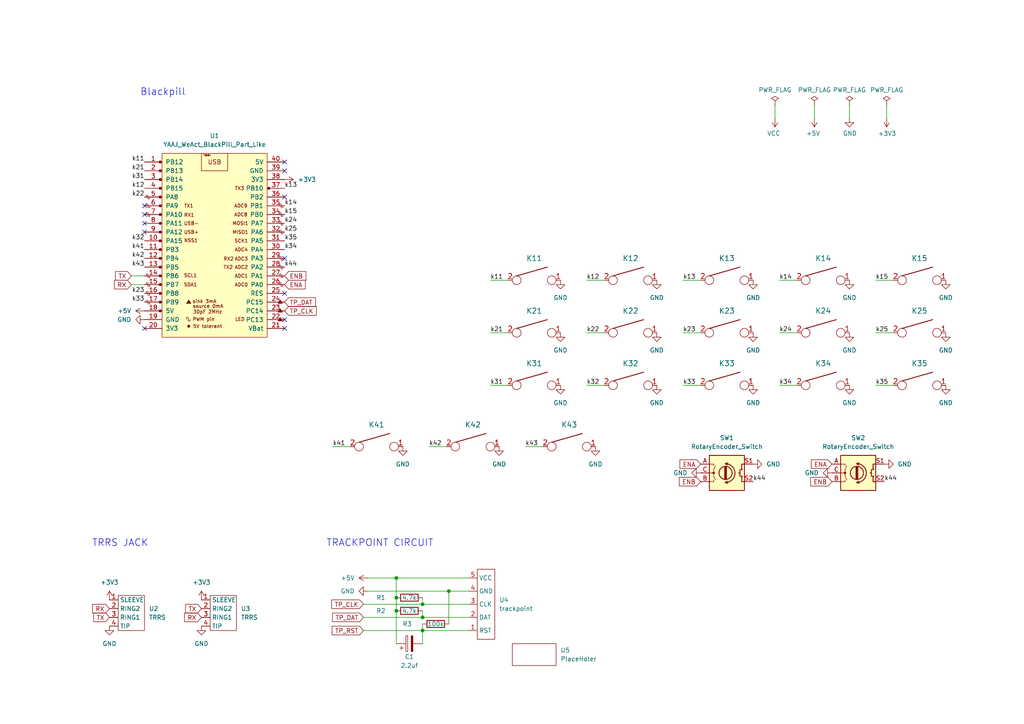
<source format=kicad_sch>
(kicad_sch (version 20211123) (generator eeschema)
  (paper "A4")
  (lib_symbols
    (symbol "Device:C_Polarized" (pin_numbers hide) (pin_names (offset 0.254))
      (property "Reference" "C" (at 0.635 2.54 0))
      (property "Value" "C_Polarized" (at 0.635 -2.54 0))
      (symbol "C_Polarized_0_1"
        (rectangle (start -2.286 0.508) (end 2.286 1.016))
        (polyline (pts (xy -1.778 2.286) (xy -0.762 2.286)))
        (polyline (pts (xy -1.27 2.794) (xy -1.27 1.778)))
        (rectangle (start 2.286 -0.508) (end -2.286 -1.016) (fill (type outline)))
      )
      (symbol "C_Polarized_1_1"
        (pin passive line (at 0 3.81 270) (length 2.794) (name "~") (number "1"))
        (pin passive line (at 0 -3.81 90) (length 2.794) (name "~") (number "2"))
      )
    )
    (symbol "Device:R" (pin_numbers hide) (pin_names (offset 0))
      (property "Reference" "R" (at 2.032 0 90))
      (property "Value" "R" (at 0 0 90))
      (symbol "R_0_1"
        (rectangle (start -1.016 -2.54) (end 1.016 2.54) (stroke (width 0.254)))
      )
      (symbol "R_1_1"
        (pin passive line (at 0 3.81 270) (length 1.27) (name "~") (number "1"))
        (pin passive line (at 0 -3.81 90) (length 1.27) (name "~") (number "2"))
      )
    )
    (symbol "Device:RotaryEncoder_Switch" (pin_names (offset 0.254) hide)
      (property "Reference" "SW" (at 0 6.604 0))
      (property "Value" "RotaryEncoder_Switch" (at 0 -6.604 0))
      (symbol "RotaryEncoder_Switch_0_1"
        (rectangle (start -5.08 5.08) (end 5.08 -5.08) (stroke (width 0.254)) (fill (type background)))
        (circle (center -3.81 0) (radius 0.254) (fill (type outline)))
        (arc (start -0.381 -2.794) (mid 2.3622 -0.0508) (end -0.381 2.667) (stroke (width 0.254)))
        (circle (center -0.381 0) (radius 1.905) (stroke (width 0.254)))
        (polyline (pts (xy -0.635 -1.778) (xy -0.635 1.778)) (stroke (width 0.254)))
        (polyline (pts (xy -0.381 -1.778) (xy -0.381 1.778)) (stroke (width 0.254)))
        (polyline (pts (xy -0.127 1.778) (xy -0.127 -1.778)) (stroke (width 0.254)))
        (polyline (pts (xy 3.81 0) (xy 3.429 0)) (stroke (width 0.254)))
        (polyline (pts (xy 3.81 1.016) (xy 3.81 -1.016)) (stroke (width 0.254)))
        (polyline (pts (xy -5.08 -2.54) (xy -3.81 -2.54) (xy -3.81 -2.032)))
        (polyline (pts (xy -5.08 2.54) (xy -3.81 2.54) (xy -3.81 2.032)))
        (polyline (pts (xy 0.254 -3.048) (xy -0.508 -2.794) (xy 0.127 -2.413)) (stroke (width 0.254)))
        (polyline (pts (xy 0.254 2.921) (xy -0.508 2.667) (xy 0.127 2.286)) (stroke (width 0.254)))
        (polyline (pts (xy 5.08 -2.54) (xy 4.318 -2.54) (xy 4.318 -1.016)) (stroke (width 0.254)))
        (polyline (pts (xy 5.08 2.54) (xy 4.318 2.54) (xy 4.318 1.016)) (stroke (width 0.254)))
        (polyline (pts (xy -5.08 0) (xy -3.81 0) (xy -3.81 -1.016) (xy -3.302 -2.032)))
        (polyline (pts (xy -4.318 0) (xy -3.81 0) (xy -3.81 1.016) (xy -3.302 2.032)))
        (circle (center 4.318 -1.016) (radius 0.127) (stroke (width 0.254)))
        (circle (center 4.318 1.016) (radius 0.127) (stroke (width 0.254)))
      )
      (symbol "RotaryEncoder_Switch_1_1"
        (pin passive line (at -7.62 2.54 0) (length 2.54) (name "A") (number "A"))
        (pin passive line (at -7.62 -2.54 0) (length 2.54) (name "B") (number "B"))
        (pin passive line (at -7.62 0 0) (length 2.54) (name "C") (number "C"))
        (pin passive line (at 7.62 2.54 180) (length 2.54) (name "S1") (number "S1"))
        (pin passive line (at 7.62 -2.54 180) (length 2.54) (name "S2") (number "S2"))
      )
    )
    (symbol "TRRS_1"
      (property "Reference" "U" (at 0 6.35 0))
      (property "Value" "TRRS_1" (at 0 8.89 0))
      (symbol "TRRS_1_0_1"
        (rectangle (start -3.81 5.08) (end 3.81 -5.08))
      )
      (symbol "TRRS_1_1_1"
        (pin passive line (at -6.35 3.81 0) (length 2.54) (name "SLEEVE") (number "1"))
        (pin passive line (at -6.35 1.27 0) (length 2.54) (name "RING2") (number "2"))
        (pin passive line (at -6.35 -1.27 0) (length 2.54) (name "RING1") (number "3"))
        (pin passive line (at -6.35 -3.81 0) (length 2.54) (name "TIP") (number "4"))
      )
    )
    (symbol "YAAJ_WeAct_BlackPill_Part_Like:YAAJ_WeAct_BlackPill_Part_Like" (pin_names (offset 1.016))
      (property "Reference" "U" (at -12.7 27.94 0))
      (property "Value" "YAAJ_WeAct_BlackPill_Part_Like" (at 0 2.54 90))
      (symbol "YAAJ_WeAct_BlackPill_Part_Like_0_0"
        (circle (center -15.748 -20.32) (radius 0.3556) (fill (type outline)))
        (circle (center -15.748 -17.78) (radius 0.3556) (fill (type outline)))
        (circle (center -15.748 -15.24) (radius 0.3556) (fill (type outline)))
        (circle (center -15.748 -12.7) (radius 0.3556) (fill (type outline)))
        (circle (center -15.748 -10.16) (radius 0.3556) (fill (type outline)))
        (circle (center -15.748 -7.62) (radius 0.3556) (fill (type outline)))
        (circle (center -15.748 -5.08) (radius 0.3556) (fill (type outline)))
        (circle (center -15.748 -2.54) (radius 0.3556) (fill (type outline)))
        (circle (center -15.748 0) (radius 0.3556) (fill (type outline)))
        (circle (center -15.748 2.54) (radius 0.3556) (fill (type outline)))
        (circle (center -15.748 5.08) (radius 0.3556) (fill (type outline)))
        (circle (center -15.748 7.62) (radius 0.3556) (fill (type outline)))
        (circle (center -15.748 10.16) (radius 0.3556) (fill (type outline)))
        (circle (center -15.748 12.7) (radius 0.3556) (fill (type outline)))
        (circle (center -15.748 15.24) (radius 0.3556) (fill (type outline)))
        (circle (center -15.748 17.78) (radius 0.3556) (fill (type outline)))
        (circle (center -15.748 22.86) (radius 0.3556) (fill (type outline)))
        (circle (center -7.493 -24.765) (radius 0.127) (fill (type outline)))
        (circle (center -7.493 -24.765) (radius 0.254))
        (circle (center -7.493 -24.765) (radius 0.3556))
        (polyline (pts (xy -8.128 -18.161) (xy -7.493 -17.145) (xy -6.858 -18.161) (xy -8.128 -18.161) (xy -7.493 -17.272) (xy -6.985 -18.161) (xy -8.001 -18.034) (xy -7.493 -17.399) (xy -7.112 -18.161) (xy -7.874 -17.907) (xy -7.366 -17.526) (xy -7.239 -18.161) (xy -7.747 -17.78) (xy -7.239 -17.653) (xy -7.366 -18.034) (xy -7.62 -17.78) (xy -7.366 -17.907) (xy -7.493 -17.653)))
        (polyline (pts (xy 18.415 -23.241) (xy 19.05 -22.225) (xy 19.685 -23.241) (xy 18.415 -23.241) (xy 19.05 -22.352) (xy 19.558 -23.241) (xy 18.542 -23.114) (xy 19.05 -22.479) (xy 19.431 -23.241) (xy 18.669 -22.987) (xy 19.177 -22.606) (xy 19.304 -23.241) (xy 18.796 -22.86) (xy 19.304 -22.733) (xy 19.177 -23.114) (xy 18.923 -22.86) (xy 19.177 -22.987) (xy 19.05 -22.733)))
        (polyline (pts (xy 18.415 -20.701) (xy 19.05 -19.685) (xy 19.685 -20.701) (xy 18.415 -20.701) (xy 19.05 -19.812) (xy 19.558 -20.701) (xy 18.542 -20.574) (xy 19.05 -19.939) (xy 19.431 -20.701) (xy 18.669 -20.447) (xy 19.177 -20.066) (xy 19.304 -20.701) (xy 18.796 -20.32) (xy 19.304 -20.193) (xy 19.177 -20.574) (xy 18.923 -20.32) (xy 19.177 -20.447) (xy 19.05 -20.193)))
        (polyline (pts (xy 18.415 -18.161) (xy 19.05 -17.145) (xy 19.685 -18.161) (xy 18.415 -18.161) (xy 19.05 -17.272) (xy 19.558 -18.161) (xy 18.542 -18.034) (xy 19.05 -17.399) (xy 19.431 -18.161) (xy 18.669 -17.907) (xy 19.177 -17.526) (xy 19.304 -18.161) (xy 18.796 -17.78) (xy 19.304 -17.653) (xy 19.177 -18.034) (xy 18.923 -17.78) (xy 19.177 -17.907) (xy 19.05 -17.653)))
        (circle (center 15.748 15.24) (radius 0.254) (fill (type outline)))
        (circle (center 15.748 15.24) (radius 0.3556))
        (text "30pF 2MHz" (at -2.032 -20.574 0) (effects (font (size 0.9906 0.9906))))
        (text "5V tolerant" (at -2.032 -24.765 0) (effects (font (size 0.9906 0.9906))))
        (text "ADC0" (at 7.747 -12.7 0) (effects (font (size 0.9906 0.9906))))
        (text "ADC1" (at 7.747 -10.16 0) (effects (font (size 0.9906 0.9906))))
        (text "ADC2" (at 7.747 -7.62 0) (effects (font (size 0.9906 0.9906))))
        (text "ADC3" (at 7.747 -5.207 0) (effects (font (size 0.9906 0.9906))))
        (text "ADC4" (at 7.747 -2.54 0) (effects (font (size 0.9906 0.9906))))
        (text "ADC8" (at 7.62 7.62 0) (effects (font (size 0.9906 0.9906))))
        (text "ADC9" (at 7.62 10.16 0) (effects (font (size 0.9906 0.9906))))
        (text "LED" (at 7.366 -22.733 0) (effects (font (size 0.9906 0.9906))))
        (text "MISO1" (at 7.493 2.54 0) (effects (font (size 0.9906 0.9906))))
        (text "MOSI1" (at 7.493 5.08 0) (effects (font (size 0.9906 0.9906))))
        (text "NSS1" (at -6.858 0.127 0) (effects (font (size 0.9906 0.9906))))
        (text "PWM pin" (at -3.175 -22.733 0) (effects (font (size 0.9906 0.9906))))
        (text "RX1" (at -7.366 7.493 0) (effects (font (size 0.9906 0.9906))))
        (text "RX2" (at 4.064 -5.207 0) (effects (font (size 0.9906 0.9906))))
        (text "SCK1" (at 7.747 0 0) (effects (font (size 0.9906 0.9906))))
        (text "SCL1" (at -6.985 -10.033 0) (effects (font (size 0.9906 0.9906))))
        (text "SDA1" (at -6.985 -12.7 0) (effects (font (size 0.9906 0.9906))))
        (text "sink 3mA" (at -2.921 -17.526 0) (effects (font (size 0.9906 0.9906))))
        (text "source 0mA" (at -1.905 -18.923 0) (effects (font (size 0.9906 0.9906))))
        (text "TX1" (at -7.493 10.16 0) (effects (font (size 0.9906 0.9906))))
        (text "TX2" (at 3.937 -7.62 0) (effects (font (size 0.9906 0.9906))))
        (text "TX3" (at 7.239 15.24 0) (effects (font (size 0.9906 0.9906))))
        (text "USB" (at 0 22.86 0) (effects (font (size 1.27 1.27))))
        (text "USB+" (at -6.731 2.54 0) (effects (font (size 0.9906 0.9906))))
        (text "USB-" (at -6.731 5.08 0) (effects (font (size 0.9906 0.9906))))
        (text "Y@@J" (at -2.159 24.892 0) (effects (font (size 0.508 0.508))))
      )
      (symbol "YAAJ_WeAct_BlackPill_Part_Like_0_1"
        (rectangle (start -15.24 25.4) (end 15.24 -27.94) (fill (type background)))
        (polyline (pts (xy -18.796 -17.78) (xy -18.796 -18.288) (xy -19.304 -18.288) (xy -19.304 -17.272) (xy -19.812 -17.272) (xy -19.812 -17.78)))
        (polyline (pts (xy -18.796 -15.24) (xy -18.796 -15.748) (xy -19.304 -15.748) (xy -19.304 -14.732) (xy -19.812 -14.732) (xy -19.812 -15.24)))
        (polyline (pts (xy -18.796 -12.7) (xy -18.796 -13.208) (xy -19.304 -13.208) (xy -19.304 -12.192) (xy -19.812 -12.192) (xy -19.812 -12.7)))
        (polyline (pts (xy -18.796 -10.16) (xy -18.796 -10.668) (xy -19.304 -10.668) (xy -19.304 -9.652) (xy -19.812 -9.652) (xy -19.812 -10.16)))
        (polyline (pts (xy -18.796 7.62) (xy -18.796 7.112) (xy -19.304 7.112) (xy -19.304 8.128) (xy -19.812 8.128) (xy -19.812 7.62)))
        (polyline (pts (xy -18.796 10.16) (xy -18.796 9.652) (xy -19.304 9.652) (xy -19.304 10.668) (xy -19.812 10.668) (xy -19.812 10.16)))
        (polyline (pts (xy -18.796 12.7) (xy -18.796 12.192) (xy -19.304 12.192) (xy -19.304 13.208) (xy -19.812 13.208) (xy -19.812 12.7)))
        (polyline (pts (xy -7.112 -22.733) (xy -7.112 -23.241) (xy -7.62 -23.241) (xy -7.62 -22.225) (xy -8.128 -22.225) (xy -8.128 -22.733)))
        (polyline (pts (xy 19.812 -12.7) (xy 19.812 -13.208) (xy 19.304 -13.208) (xy 19.304 -12.192) (xy 18.796 -12.192) (xy 18.796 -12.7)))
        (polyline (pts (xy 19.812 -10.16) (xy 19.812 -10.668) (xy 19.304 -10.668) (xy 19.304 -9.652) (xy 18.796 -9.652) (xy 18.796 -10.16)))
        (polyline (pts (xy 19.812 -7.62) (xy 19.812 -8.128) (xy 19.304 -8.128) (xy 19.304 -7.112) (xy 18.796 -7.112) (xy 18.796 -7.62)))
        (polyline (pts (xy 19.812 -5.08) (xy 19.812 -5.588) (xy 19.304 -5.588) (xy 19.304 -4.572) (xy 18.796 -4.572) (xy 18.796 -5.08)))
        (polyline (pts (xy 19.812 2.54) (xy 19.812 2.032) (xy 19.304 2.032) (xy 19.304 3.048) (xy 18.796 3.048) (xy 18.796 2.54)))
        (polyline (pts (xy 19.812 5.08) (xy 19.812 4.572) (xy 19.304 4.572) (xy 19.304 5.588) (xy 18.796 5.588) (xy 18.796 5.08)))
        (polyline (pts (xy 19.812 7.62) (xy 19.812 7.112) (xy 19.304 7.112) (xy 19.304 8.128) (xy 18.796 8.128) (xy 18.796 7.62)))
        (polyline (pts (xy 19.812 10.16) (xy 19.812 9.652) (xy 19.304 9.652) (xy 19.304 10.668) (xy 18.796 10.668) (xy 18.796 10.16)))
        (rectangle (start 3.81 25.4) (end -3.81 20.32))
      )
      (symbol "YAAJ_WeAct_BlackPill_Part_Like_1_1"
        (circle (center -15.748 20.32) (radius 0.3556) (fill (type outline)))
        (pin bidirectional line (at -20.32 22.86 0) (length 5.08) (name "PB12") (number "1"))
        (pin bidirectional line (at -20.32 0 0) (length 5.08) (name "PA15") (number "10"))
        (pin bidirectional line (at -20.32 -2.54 0) (length 5.08) (name "PB3") (number "11"))
        (pin bidirectional line (at -20.32 -5.08 0) (length 5.08) (name "PB4") (number "12"))
        (pin bidirectional line (at -20.32 -7.62 0) (length 5.08) (name "PB5") (number "13"))
        (pin bidirectional line (at -20.32 -10.16 0) (length 5.08) (name "PB6") (number "14"))
        (pin bidirectional line (at -20.32 -12.7 0) (length 5.08) (name "PB7") (number "15"))
        (pin bidirectional line (at -20.32 -15.24 0) (length 5.08) (name "PB8") (number "16"))
        (pin bidirectional line (at -20.32 -17.78 0) (length 5.08) (name "PB9") (number "17"))
        (pin power_in line (at -20.32 -20.32 0) (length 5.08) (name "5V") (number "18"))
        (pin power_in line (at -20.32 -22.86 0) (length 5.08) (name "GND") (number "19"))
        (pin bidirectional line (at -20.32 20.32 0) (length 5.08) (name "PB13") (number "2"))
        (pin power_in line (at -20.32 -25.4 0) (length 5.08) (name "3V3") (number "20"))
        (pin power_in line (at 20.32 -25.4 180) (length 5.08) (name "VBat") (number "21"))
        (pin bidirectional line (at 20.32 -22.86 180) (length 5.08) (name "PC13") (number "22"))
        (pin bidirectional line (at 20.32 -20.32 180) (length 5.08) (name "PC14") (number "23"))
        (pin bidirectional line (at 20.32 -17.78 180) (length 5.08) (name "PC15") (number "24"))
        (pin input line (at 20.32 -15.24 180) (length 5.08) (name "RES") (number "25"))
        (pin bidirectional line (at 20.32 -12.7 180) (length 5.08) (name "PA0") (number "26"))
        (pin bidirectional line (at 20.32 -10.16 180) (length 5.08) (name "PA1") (number "27"))
        (pin bidirectional line (at 20.32 -7.62 180) (length 5.08) (name "PA2") (number "28"))
        (pin bidirectional line (at 20.32 -5.08 180) (length 5.08) (name "PA3") (number "29"))
        (pin bidirectional line (at -20.32 17.78 0) (length 5.08) (name "PB14") (number "3"))
        (pin bidirectional line (at 20.32 -2.54 180) (length 5.08) (name "PA4") (number "30"))
        (pin bidirectional line (at 20.32 0 180) (length 5.08) (name "PA5") (number "31"))
        (pin bidirectional line (at 20.32 2.54 180) (length 5.08) (name "PA6") (number "32"))
        (pin bidirectional line (at 20.32 5.08 180) (length 5.08) (name "PA7") (number "33"))
        (pin bidirectional line (at 20.32 7.62 180) (length 5.08) (name "PB0") (number "34"))
        (pin bidirectional line (at 20.32 10.16 180) (length 5.08) (name "PB1") (number "35"))
        (pin bidirectional line (at 20.32 12.7 180) (length 5.08) (name "PB2") (number "36"))
        (pin bidirectional line (at 20.32 15.24 180) (length 5.08) (name "PB10") (number "37"))
        (pin power_in line (at 20.32 17.78 180) (length 5.08) (name "3V3") (number "38"))
        (pin power_in line (at 20.32 20.32 180) (length 5.08) (name "GND") (number "39"))
        (pin bidirectional line (at -20.32 15.24 0) (length 5.08) (name "PB15") (number "4"))
        (pin power_in line (at 20.32 22.86 180) (length 5.08) (name "5V") (number "40"))
        (pin bidirectional line (at -20.32 12.7 0) (length 5.08) (name "PA8") (number "5"))
        (pin bidirectional line (at -20.32 10.16 0) (length 5.08) (name "PA9") (number "6"))
        (pin bidirectional line (at -20.32 7.62 0) (length 5.08) (name "PA10") (number "7"))
        (pin bidirectional line (at -20.32 5.08 0) (length 5.08) (name "PA11") (number "8"))
        (pin bidirectional line (at -20.32 2.54 0) (length 5.08) (name "PA12") (number "9"))
      )
    )
    (symbol "keyboard_parts:KEYSW" (pin_names (offset 1.016))
      (property "Reference" "K?" (at -1.27 0 0))
      (symbol "KEYSW_0_1"
        (circle (center -5.08 0) (radius 1.27))
        (polyline (pts (xy -5.08 1.27) (xy 3.81 3.81)) (stroke (width 0.254)))
        (circle (center 5.08 0) (radius 1.27))
      )
      (symbol "KEYSW_1_1"
        (pin passive line (at 7.62 0 180) (length 1.27) (name "~") (number "1"))
        (pin passive line (at -7.62 0 0) (length 1.27) (name "~") (number "2"))
      )
    )
    (symbol "kwkb:PlaceHoler"
      (property "Reference" "U" (at 0 0 0))
      (property "Value" "PlaceHoler" (at 0 -1.27 0))
      (symbol "PlaceHoler_0_1"
        (rectangle (start -6.35 2.54) (end 6.35 -3.81))
      )
    )
    (symbol "kwkb:TRRS"
      (property "Reference" "U" (at 0 6.35 0))
      (property "Value" "TRRS" (at 0 8.89 0))
      (symbol "TRRS_0_1"
        (rectangle (start -3.81 5.08) (end 3.81 -5.08))
      )
      (symbol "TRRS_1_1"
        (pin passive line (at -6.35 3.81 0) (length 2.54) (name "SLEEVE") (number "1"))
        (pin passive line (at -6.35 1.27 0) (length 2.54) (name "RING2") (number "2"))
        (pin passive line (at -6.35 -1.27 0) (length 2.54) (name "RING1") (number "3"))
        (pin passive line (at -6.35 -3.81 0) (length 2.54) (name "TIP") (number "4"))
      )
    )
    (symbol "kwkb:trackpoint"
      (property "Reference" "U" (at 0 1.27 0))
      (property "Value" "trackpoint" (at 0 3.81 0))
      (symbol "trackpoint_0_1"
        (rectangle (start 2.54 0) (end 7.62 -20.32))
      )
      (symbol "trackpoint_1_1"
        (pin passive line (at 0 -17.78 0) (length 2.54) (name "RST") (number "1"))
        (pin passive line (at 0 -13.97 0) (length 2.54) (name "DAT") (number "2"))
        (pin passive line (at 0 -10.16 0) (length 2.54) (name "CLK") (number "3"))
        (pin passive line (at 0 -6.35 0) (length 2.54) (name "GND") (number "4"))
        (pin passive line (at 0 -2.54 0) (length 2.54) (name "VCC") (number "5"))
      )
    )
    (symbol "power:+3V3" (power) (pin_names (offset 0))
      (property "Value" "+3V3" (at 0 3.556 0))
      (symbol "+3V3_0_1"
        (polyline (pts (xy -0.762 1.27) (xy 0 2.54)))
        (polyline (pts (xy 0 0) (xy 0 2.54)))
        (polyline (pts (xy 0 2.54) (xy 0.762 1.27)))
      )
      (symbol "+3V3_1_1"
        (pin power_in line (at 0 0 90) (length 0) hide (name "+3V3") (number "1"))
      )
    )
    (symbol "power:+5V" (power) (pin_names (offset 0))
      (property "Value" "+5V" (at 0 3.556 0))
      (symbol "+5V_0_1"
        (polyline (pts (xy -0.762 1.27) (xy 0 2.54)))
        (polyline (pts (xy 0 0) (xy 0 2.54)))
        (polyline (pts (xy 0 2.54) (xy 0.762 1.27)))
      )
      (symbol "+5V_1_1"
        (pin power_in line (at 0 0 90) (length 0) hide (name "+5V") (number "1"))
      )
    )
    (symbol "power:GND" (power) (pin_names (offset 0))
      (property "Value" "GND" (at 0 -3.81 0))
      (symbol "GND_0_1"
        (polyline (pts (xy 0 0) (xy 0 -1.27) (xy 1.27 -1.27) (xy 0 -2.54) (xy -1.27 -1.27) (xy 0 -1.27)))
      )
      (symbol "GND_1_1"
        (pin power_in line (at 0 0 270) (length 0) hide (name "GND") (number "1"))
      )
    )
    (symbol "power:PWR_FLAG" (power) (pin_numbers hide) (pin_names (offset 0) hide)
      (property "Value" "PWR_FLAG" (at 0 3.81 0))
      (symbol "PWR_FLAG_0_0"
        (pin power_out line (at 0 0 90) (length 0) (name "pwr") (number "1"))
      )
      (symbol "PWR_FLAG_0_1"
        (polyline (pts (xy 0 0) (xy 0 1.27) (xy -1.016 1.905) (xy 0 2.54) (xy 1.016 1.905) (xy 0 1.27)))
      )
    )
    (symbol "power:VCC" (power) (pin_names (offset 0))
      (property "Value" "VCC" (at 0 3.81 0))
      (symbol "VCC_0_1"
        (polyline (pts (xy -0.762 1.27) (xy 0 2.54)))
        (polyline (pts (xy 0 0) (xy 0 2.54)))
        (polyline (pts (xy 0 2.54) (xy 0.762 1.27)))
      )
      (symbol "VCC_1_1"
        (pin power_in line (at 0 0 90) (length 0) hide (name "VCC") (number "1"))
      )
    )
  )
  (junction (at 130.175 171.45))
  (junction (at 122.555 175.26))
  (junction (at 114.935 173.355))
  (junction (at 114.935 177.165))
  (junction (at 122.555 182.88))
  (junction (at 114.935 167.64))
  (junction (at 122.555 179.07))
  (no_connect (at 41.91 62.23))
  (no_connect (at 82.55 95.25))
  (no_connect (at 82.55 85.09))
  (no_connect (at 82.55 92.71))
  (no_connect (at 82.55 49.53))
  (no_connect (at 41.91 95.25))
  (no_connect (at 41.91 64.77))
  (no_connect (at 41.91 67.31))
  (no_connect (at 41.91 59.69))
  (no_connect (at 82.55 57.15))
  (no_connect (at 82.55 74.93))
  (no_connect (at 82.55 46.99))
  (wire (pts (xy 105.41 182.88) (xy 122.555 182.88)))
  (wire (pts (xy 254 96.52) (xy 259.08 96.52)))
  (wire (pts (xy 198.12 96.52) (xy 203.2 96.52)))
  (wire (pts (xy 106.68 167.64) (xy 114.935 167.64)))
  (wire (pts (xy 122.555 177.165) (xy 122.555 179.07)))
  (wire (pts (xy 106.68 171.45) (xy 130.175 171.45)))
  (wire (pts (xy 122.555 173.355) (xy 122.555 175.26)))
  (wire (pts (xy 105.41 179.07) (xy 122.555 179.07)))
  (wire (pts (xy 130.175 171.45) (xy 130.175 180.975)))
  (wire (pts (xy 114.935 167.64) (xy 114.935 173.355)))
  (wire (pts (xy 246.38 30.48) (xy 246.38 34.29)))
  (wire (pts (xy 122.555 179.07) (xy 135.89 179.07)))
  (wire (pts (xy 236.22 30.48) (xy 236.22 34.29)))
  (wire (pts (xy 257.175 30.48) (xy 257.175 34.29)))
  (wire (pts (xy 254 111.76) (xy 259.08 111.76)))
  (wire (pts (xy 38.1 80.01) (xy 41.91 80.01)))
  (wire (pts (xy 38.1 82.55) (xy 41.91 82.55)))
  (wire (pts (xy 226.06 96.52) (xy 231.14 96.52)))
  (wire (pts (xy 124.46 129.54) (xy 129.54 129.54)))
  (wire (pts (xy 122.555 180.975) (xy 122.555 182.88)))
  (wire (pts (xy 142.24 96.52) (xy 147.32 96.52)))
  (wire (pts (xy 142.24 81.28) (xy 147.32 81.28)))
  (wire (pts (xy 170.18 81.28) (xy 175.26 81.28)))
  (wire (pts (xy 254 81.28) (xy 259.08 81.28)))
  (wire (pts (xy 226.06 81.28) (xy 231.14 81.28)))
  (wire (pts (xy 114.935 167.64) (xy 135.89 167.64)))
  (wire (pts (xy 198.12 111.76) (xy 203.2 111.76)))
  (wire (pts (xy 122.555 175.26) (xy 135.89 175.26)))
  (wire (pts (xy 114.935 177.165) (xy 114.935 186.69)))
  (wire (pts (xy 105.41 175.26) (xy 122.555 175.26)))
  (wire (pts (xy 122.555 182.88) (xy 122.555 186.69)))
  (wire (pts (xy 130.175 171.45) (xy 135.89 171.45)))
  (wire (pts (xy 114.935 173.355) (xy 114.935 177.165)))
  (wire (pts (xy 142.24 111.76) (xy 147.32 111.76)))
  (wire (pts (xy 96.52 129.54) (xy 101.6 129.54)))
  (wire (pts (xy 152.4 129.54) (xy 157.48 129.54)))
  (wire (pts (xy 198.12 81.28) (xy 203.2 81.28)))
  (wire (pts (xy 224.79 30.48) (xy 224.79 34.29)))
  (wire (pts (xy 170.18 111.76) (xy 175.26 111.76)))
  (wire (pts (xy 226.06 111.76) (xy 231.14 111.76)))
  (wire (pts (xy 170.18 96.52) (xy 175.26 96.52)))
  (wire (pts (xy 122.555 182.88) (xy 135.89 182.88)))
  (text "TRRS JACK" (at 26.67 158.75 0) (effects (font (size 2 2)) (justify left bottom)))
  (text "Blackpill" (at 40.64 27.94 0) (effects (font (size 2 2)) (justify left bottom)))
  (text "TRACKPOINT CIRCUIT" (at 94.615 158.75 0) (effects (font (size 2 2)) (justify left bottom)))
  (label "k44" (at 256.54 139.7 0))
  (label "k33" (at 41.91 87.63 180))
  (label "k41" (at 96.52 129.54 0))
  (label "k25" (at 82.55 67.31 0))
  (label "k42" (at 124.46 129.54 0))
  (label "k15" (at 254 81.28 0))
  (label "k23" (at 198.12 96.52 0))
  (label "k15" (at 82.55 62.23 0))
  (label "k32" (at 41.91 69.85 180))
  (label "k13" (at 82.55 54.61 0))
  (label "k31" (at 41.91 52.07 180))
  (label "k24" (at 226.06 96.52 0))
  (label "k23" (at 41.91 85.09 180))
  (label "k12" (at 170.18 81.28 0))
  (label "k24" (at 82.55 64.77 0))
  (label "k31" (at 142.24 111.76 0))
  (label "k21" (at 142.24 96.52 0))
  (label "k35" (at 254 111.76 0))
  (label "k44" (at 82.55 77.47 0))
  (label "k42" (at 41.91 74.93 180))
  (label "k14" (at 82.55 59.69 0))
  (label "k34" (at 226.06 111.76 0))
  (label "k11" (at 41.91 46.99 180))
  (label "k21" (at 41.91 49.53 180))
  (label "k43" (at 152.4 129.54 0))
  (label "k22" (at 41.91 57.15 180))
  (label "k44" (at 218.44 139.7 0))
  (label "k35" (at 82.55 69.85 0))
  (label "k32" (at 170.18 111.76 0))
  (label "k12" (at 41.91 54.61 180))
  (label "k11" (at 142.24 81.28 0))
  (label "k34" (at 82.55 72.39 0))
  (label "k43" (at 41.91 77.47 180))
  (label "k25" (at 254 96.52 0))
  (label "k41" (at 41.91 72.39 180))
  (label "k14" (at 226.06 81.28 0))
  (label "k13" (at 198.12 81.28 0))
  (label "k33" (at 198.12 111.76 0))
  (label "k22" (at 170.18 96.52 0))
  (global_label "ENA" (shape input) (at 82.55 82.55 0) (property "Intersheet References" "${INTERSHEET_REFS}" (effects hide)))
  (global_label "RX" (shape input) (at 31.75 176.53 180) (property "Intersheet References" "${INTERSHEET_REFS}" (effects hide)))
  (global_label "TP_CLK" (shape input) (at 105.41 175.26 180) (property "Intersheet References" "${INTERSHEET_REFS}" (effects hide)))
  (global_label "TP_RST" (shape input) (at 105.41 182.88 180) (property "Intersheet References" "${INTERSHEET_REFS}" (effects hide)))
  (global_label "RX" (shape input) (at 38.1 82.55 180) (property "Intersheet References" "${INTERSHEET_REFS}" (effects hide)))
  (global_label "TP_CLK" (shape input) (at 82.55 90.17 0) (property "Intersheet References" "${INTERSHEET_REFS}" (effects hide)))
  (global_label "ENA" (shape input) (at 203.2 134.62 180) (property "Intersheet References" "${INTERSHEET_REFS}" (effects hide)))
  (global_label "ENB" (shape input) (at 203.2 139.7 180) (property "Intersheet References" "${INTERSHEET_REFS}" (effects hide)))
  (global_label "ENB" (shape input) (at 241.3 139.7 180) (property "Intersheet References" "${INTERSHEET_REFS}" (effects hide)))
  (global_label "RX" (shape input) (at 58.42 179.07 180) (property "Intersheet References" "${INTERSHEET_REFS}" (effects hide)))
  (global_label "TX" (shape input) (at 31.75 179.07 180) (property "Intersheet References" "${INTERSHEET_REFS}" (effects hide)))
  (global_label "TP_DAT" (shape input) (at 105.41 179.07 180) (property "Intersheet References" "${INTERSHEET_REFS}" (effects hide)))
  (global_label "ENB" (shape input) (at 82.55 80.01 0) (property "Intersheet References" "${INTERSHEET_REFS}" (effects hide)))
  (global_label "TP_DAT" (shape input) (at 82.55 87.63 0) (property "Intersheet References" "${INTERSHEET_REFS}" (effects hide)))
  (global_label "TX" (shape input) (at 38.1 80.01 180) (property "Intersheet References" "${INTERSHEET_REFS}" (effects hide)))
  (global_label "TX" (shape input) (at 58.42 176.53 180) (property "Intersheet References" "${INTERSHEET_REFS}" (effects hide)))
  (global_label "ENA" (shape input) (at 241.3 134.62 180) (property "Intersheet References" "${INTERSHEET_REFS}" (effects hide)))
  (symbol (lib_id "Device:R") (at 118.745 177.165 90) (unit 1)
    (property "Reference" "R2" (at 110.49 177.165 90))
    (property "Value" "4.7k" (at 118.745 177.165 90))
    (property "Footprint" "Resistor_SMD:R_1206_3216Metric_Pad1.30x1.75mm_HandSolder" (effects hide))
  )
  (symbol (lib_id "power:GND") (at 256.54 134.62 90) (unit 1)
    (property "Reference" "#PWR012" (effects hide))
    (property "Value" "GND" (at 260.35 134.6199 90) (effects (justify right)))
  )
  (symbol (lib_id "power:GND") (at 31.75 181.61 0) (unit 1)
    (property "Reference" "#PWR02" (effects hide))
    (property "Value" "GND" (at 31.75 186.69 0))
  )
  (symbol (lib_id "power:GND") (at 274.32 81.28 0) (unit 1)
    (property "Reference" "#PWR0119" (effects hide))
    (property "Value" "GND" (at 274.32 86.36 0))
  )
  (symbol (lib_id "power:GND") (at 246.38 96.52 0) (unit 1)
    (property "Reference" "#PWR0115" (effects hide))
    (property "Value" "GND" (at 246.38 101.6 0))
  )
  (symbol (lib_id "power:GND") (at 218.44 111.76 0) (unit 1)
    (property "Reference" "#PWR0133" (effects hide))
    (property "Value" "GND" (at 218.44 116.84 0))
  )
  (symbol (lib_id "power:PWR_FLAG") (at 224.79 30.48 0) (unit 1)
    (property "Reference" "#U0101" (effects hide))
    (property "Value" "PWR_FLAG" (at 224.79 26.0858 0))
  )
  (symbol (lib_id "power:GND") (at 274.32 111.76 0) (unit 1)
    (property "Reference" "#PWR0116" (effects hide))
    (property "Value" "GND" (at 274.32 116.84 0))
  )
  (symbol (lib_id "Device:RotaryEncoder_Switch") (at 210.82 137.16 0) (unit 1)
    (property "Reference" "SW1" (at 210.82 127 0))
    (property "Value" "RotaryEncoder_Switch" (at 210.82 129.54 0))
    (property "Footprint" "kwkb-footprint:RotaryEncoder_EC11-no-legs" (effects hide))
  )
  (symbol (lib_id "power:GND") (at 246.38 34.29 0) (unit 1)
    (property "Reference" "#PWR0107" (effects hide))
    (property "Value" "GND" (at 246.507 38.6842 0))
  )
  (symbol (lib_id "keyboard_parts:KEYSW") (at 182.88 111.76 0) (unit 1)
    (property "Reference" "K32" (at 182.88 105.41 0) (effects (font (size 1.524 1.524))))
    (property "Value" "KEYSW" (effects hide))
    (property "Footprint" "kwkb-footprint:Mx-Choc-Rev" (effects hide))
  )
  (symbol (lib_id "power:GND") (at 58.42 181.61 0) (unit 1)
    (property "Reference" "#PWR06" (effects hide))
    (property "Value" "GND" (at 58.42 186.69 0))
  )
  (symbol (lib_id "power:GND") (at 162.56 81.28 0) (unit 1)
    (property "Reference" "#PWR0122" (effects hide))
    (property "Value" "GND" (at 162.56 86.36 0))
  )
  (symbol (lib_id "keyboard_parts:KEYSW") (at 266.7 111.76 0) (unit 1)
    (property "Reference" "K35" (at 266.7 105.41 0) (effects (font (size 1.524 1.524))))
    (property "Value" "KEYSW" (effects hide))
    (property "Footprint" "kwkb-footprint:Mx-Choc-Rev" (effects hide))
  )
  (symbol (lib_id "power:PWR_FLAG") (at 236.22 30.48 0) (unit 1)
    (property "Reference" "#U0102" (effects hide))
    (property "Value" "PWR_FLAG" (at 236.22 26.0858 0))
  )
  (symbol (lib_id "keyboard_parts:KEYSW") (at 238.76 96.52 0) (unit 1)
    (property "Reference" "K24" (at 238.76 90.17 0) (effects (font (size 1.524 1.524))))
    (property "Value" "KEYSW" (effects hide))
    (property "Footprint" "kwkb-footprint:Mx-Choc-Rev" (effects hide))
  )
  (symbol (lib_id "Device:RotaryEncoder_Switch") (at 248.92 137.16 0) (unit 1)
    (property "Reference" "SW2" (at 248.92 127 0))
    (property "Value" "RotaryEncoder_Switch" (at 248.92 129.54 0))
    (property "Footprint" "kwkb-footprint:RotaryEncoder_EC11-no-legs" (effects hide))
  )
  (symbol (lib_id "power:+5V") (at 41.91 90.17 90) (unit 1)
    (property "Reference" "#PWR03" (effects hide))
    (property "Value" "+5V" (at 38.1 90.1699 90) (effects (justify left)))
  )
  (symbol (lib_id "power:GND") (at 246.38 81.28 0) (unit 1)
    (property "Reference" "#PWR0111" (effects hide))
    (property "Value" "GND" (at 246.38 86.36 0))
  )
  (symbol (lib_id "power:GND") (at 274.32 96.52 0) (unit 1)
    (property "Reference" "#PWR0118" (effects hide))
    (property "Value" "GND" (at 274.32 101.6 0))
  )
  (symbol (lib_id "power:GND") (at 162.56 111.76 0) (unit 1)
    (property "Reference" "#PWR0123" (effects hide))
    (property "Value" "GND" (at 162.56 116.84 0))
  )
  (symbol (lib_id "power:GND") (at 162.56 96.52 0) (unit 1)
    (property "Reference" "#PWR0125" (effects hide))
    (property "Value" "GND" (at 162.56 101.6 0))
  )
  (symbol (lib_id "keyboard_parts:KEYSW") (at 210.82 96.52 0) (unit 1)
    (property "Reference" "K23" (at 210.82 90.17 0) (effects (font (size 1.524 1.524))))
    (property "Value" "KEYSW" (effects hide))
    (property "Footprint" "kwkb-footprint:Mx-Choc-Rev" (effects hide))
  )
  (symbol (lib_id "power:GND") (at 246.38 111.76 0) (unit 1)
    (property "Reference" "#PWR0117" (effects hide))
    (property "Value" "GND" (at 246.38 116.84 0))
  )
  (symbol (lib_id "power:GND") (at 241.3 137.16 270) (unit 1)
    (property "Reference" "#PWR011" (effects hide))
    (property "Value" "GND" (at 237.49 137.1599 90) (effects (justify right)))
  )
  (symbol (lib_id "power:VCC") (at 224.79 34.29 180) (unit 1)
    (property "Reference" "#PWR0106" (effects hide))
    (property "Value" "VCC" (at 224.409 38.6842 0))
  )
  (symbol (lib_id "keyboard_parts:KEYSW") (at 109.22 129.54 0) (unit 1)
    (property "Reference" "K41" (at 109.22 123.19 0) (effects (font (size 1.524 1.524))))
    (property "Value" "KEYSW" (effects hide))
    (property "Footprint" "kwkb-footprint:Mx-Choc-Rev" (effects hide))
  )
  (symbol (lib_id "Device:C_Polarized") (at 118.745 186.69 90) (unit 1)
    (property "Reference" "C1" (at 118.745 190.5 90))
    (property "Value" "2.2uf" (at 118.745 193.04 90))
    (property "Footprint" "Capacitor_SMD:C_1206_3216Metric_Pad1.33x1.80mm_HandSolder" (effects hide))
  )
  (symbol (lib_id "power:GND") (at 172.72 129.54 0) (unit 1)
    (property "Reference" "#PWR0124" (effects hide))
    (property "Value" "GND" (at 172.72 134.62 0))
  )
  (symbol (lib_id "keyboard_parts:KEYSW") (at 182.88 81.28 0) (unit 1)
    (property "Reference" "K12" (at 182.88 74.93 0) (effects (font (size 1.524 1.524))))
    (property "Value" "KEYSW" (effects hide))
    (property "Footprint" "kwkb-footprint:Mx-Choc-Rev" (effects hide))
  )
  (symbol (lib_id "keyboard_parts:KEYSW") (at 210.82 111.76 0) (unit 1)
    (property "Reference" "K33" (at 210.82 105.41 0) (effects (font (size 1.524 1.524))))
    (property "Value" "KEYSW" (effects hide))
    (property "Footprint" "kwkb-footprint:Mx-Choc-Rev" (effects hide))
  )
  (symbol (lib_id "power:+5V") (at 236.22 34.29 180) (unit 1)
    (property "Reference" "#PWR0105" (effects hide))
    (property "Value" "+5V" (at 235.839 38.6842 0))
  )
  (symbol (lib_id "power:GND") (at 144.78 129.54 0) (unit 1)
    (property "Reference" "#PWR0121" (effects hide))
    (property "Value" "GND" (at 144.78 134.62 0))
  )
  (symbol (lib_id "power:GND") (at 190.5 111.76 0) (unit 1)
    (property "Reference" "#PWR0132" (effects hide))
    (property "Value" "GND" (at 190.5 116.84 0))
  )
  (symbol (lib_id "power:GND") (at 41.91 92.71 270) (unit 1)
    (property "Reference" "#PWR04" (effects hide))
    (property "Value" "GND" (at 38.1 92.7099 90) (effects (justify right)))
  )
  (symbol (lib_id "keyboard_parts:KEYSW") (at 266.7 96.52 0) (unit 1)
    (property "Reference" "K25" (at 266.7 90.17 0) (effects (font (size 1.524 1.524))))
    (property "Value" "KEYSW" (effects hide))
    (property "Footprint" "kwkb-footprint:Mx-Choc-Rev" (effects hide))
  )
  (symbol (lib_id "power:GND") (at 106.68 171.45 270) (unit 1)
    (property "Reference" "#PWR0109" (effects hide))
    (property "Value" "GND" (at 102.87 171.4499 90) (effects (justify right)))
  )
  (symbol (lib_id "power:+3V3") (at 82.55 52.07 270) (unit 1)
    (property "Reference" "#PWR08" (effects hide))
    (property "Value" "+3V3" (at 86.36 52.0699 90) (effects (justify left)))
  )
  (symbol (lib_id "keyboard_parts:KEYSW") (at 154.94 96.52 0) (unit 1)
    (property "Reference" "K21" (at 154.94 90.17 0) (effects (font (size 1.524 1.524))))
    (property "Value" "KEYSW" (effects hide))
    (property "Footprint" "kwkb-footprint:Mx-Choc-Rev" (effects hide))
  )
  (symbol (lib_id "power:+3V3") (at 257.175 34.29 180) (unit 1)
    (property "Reference" "#PWR0108" (effects hide))
    (property "Value" "+3V3" (at 254.635 38.735 0) (effects (justify right)))
  )
  (symbol (lib_id "power:PWR_FLAG") (at 257.175 30.48 0) (unit 1)
    (property "Reference" "#U0103" (effects hide))
    (property "Value" "PWR_FLAG" (at 257.175 26.0858 0))
  )
  (symbol (lib_id "power:+3V3") (at 31.75 173.99 0) (unit 1)
    (property "Reference" "#PWR01" (effects hide))
    (property "Value" "+3V3" (at 31.75 168.91 0))
  )
  (symbol (lib_id "power:+3V3") (at 58.42 173.99 0) (unit 1)
    (property "Reference" "#PWR05" (effects hide))
    (property "Value" "+3V3" (at 58.42 168.91 0))
  )
  (symbol (lib_id "keyboard_parts:KEYSW") (at 182.88 96.52 0) (unit 1)
    (property "Reference" "K22" (at 182.88 90.17 0) (effects (font (size 1.524 1.524))))
    (property "Value" "KEYSW" (effects hide))
    (property "Footprint" "kwkb-footprint:Mx-Choc-Rev" (effects hide))
  )
  (symbol (lib_id "keyboard_parts:KEYSW") (at 137.16 129.54 0) (unit 1)
    (property "Reference" "K42" (at 137.16 123.19 0) (effects (font (size 1.524 1.524))))
    (property "Value" "KEYSW" (effects hide))
    (property "Footprint" "kwkb-footprint:Mx-Choc-Rev" (effects hide))
  )
  (symbol (lib_id "kwkb:trackpoint") (at 135.89 165.1 0) (unit 1)
    (property "Reference" "U4" (at 144.78 173.9899 0) (effects (justify left)))
    (property "Value" "trackpoint" (at 144.78 176.5299 0) (effects (justify left)))
    (property "Footprint" "Connector_JST:JST_GH_SM05B-GHS-TB_1x05-1MP_P1.25mm_Horizontal" (effects hide))
  )
  (symbol (lib_id "YAAJ_WeAct_BlackPill_Part_Like:YAAJ_WeAct_BlackPill_Part_Like") (at 62.23 69.85 0) (unit 1)
    (property "Reference" "U1" (at 62.23 39.37 0))
    (property "Value" "YAAJ_WeAct_BlackPill_Part_Like" (at 62.23 41.91 0))
    (property "Footprint" "WeAct_BlackPill:YAAJ_WeAct_BlackPill_2" (effects hide))
  )
  (symbol (lib_id "power:GND") (at 190.5 96.52 0) (unit 1)
    (property "Reference" "#PWR0131" (effects hide))
    (property "Value" "GND" (at 190.5 101.6 0))
  )
  (symbol (lib_id "power:GND") (at 218.44 134.62 90) (unit 1)
    (property "Reference" "#PWR010" (effects hide))
    (property "Value" "GND" (at 222.25 134.6199 90) (effects (justify right)))
  )
  (symbol (lib_id "power:+5V") (at 106.68 167.64 90) (unit 1)
    (property "Reference" "#PWR0110" (effects hide))
    (property "Value" "+5V" (at 102.87 167.6399 90) (effects (justify left)))
  )
  (symbol (lib_id "keyboard_parts:KEYSW") (at 210.82 81.28 0) (unit 1)
    (property "Reference" "K13" (at 210.82 74.93 0) (effects (font (size 1.524 1.524))))
    (property "Value" "KEYSW" (effects hide))
    (property "Footprint" "kwkb-footprint:Mx-Choc-Rev" (effects hide))
  )
  (symbol (lib_id "Device:R") (at 126.365 180.975 90) (unit 1)
    (property "Reference" "R3" (at 118.11 180.975 90))
    (property "Value" "100k" (at 126.365 180.975 90))
    (property "Footprint" "Resistor_SMD:R_1206_3216Metric_Pad1.30x1.75mm_HandSolder" (effects hide))
  )
  (symbol (lib_id "power:GND") (at 218.44 96.52 0) (unit 1)
    (property "Reference" "#PWR0134" (effects hide))
    (property "Value" "GND" (at 218.44 101.6 0))
  )
  (symbol (lib_name "TRRS_1") (lib_id "kwkb:TRRS") (at 38.1 177.8 0) (unit 1)
    (property "Reference" "U2" (at 43.18 176.5299 0) (effects (justify left)))
    (property "Value" "TRRS" (at 43.18 179.0699 0) (effects (justify left)))
    (property "Footprint" "kwkb-footprint:TRRS-PJ-320A" (effects hide))
  )
  (symbol (lib_id "keyboard_parts:KEYSW") (at 154.94 81.28 0) (unit 1)
    (property "Reference" "K11" (at 154.94 74.93 0) (effects (font (size 1.524 1.524))))
    (property "Value" "KEYSW" (effects hide))
    (property "Footprint" "kwkb-footprint:Mx-Choc-Rev" (effects hide))
  )
  (symbol (lib_id "kwkb:TRRS") (at 64.77 177.8 0) (unit 1)
    (property "Reference" "U3" (at 69.85 176.5299 0) (effects (justify left)))
    (property "Value" "TRRS" (at 69.85 179.0699 0) (effects (justify left)))
    (property "Footprint" "kwkb-footprint:TRRS-PJ-320A" (effects hide))
  )
  (symbol (lib_id "Device:R") (at 118.745 173.355 90) (unit 1)
    (property "Reference" "R1" (at 110.49 173.355 90))
    (property "Value" "4.7k" (at 118.745 173.355 90))
    (property "Footprint" "Resistor_SMD:R_1206_3216Metric_Pad1.30x1.75mm_HandSolder" (effects hide))
  )
  (symbol (lib_id "power:GND") (at 190.5 81.28 0) (unit 1)
    (property "Reference" "#PWR0129" (effects hide))
    (property "Value" "GND" (at 190.5 86.36 0))
  )
  (symbol (lib_id "kwkb:PlaceHoler") (at 154.94 189.23 0) (unit 1)
    (property "Reference" "U5" (at 162.56 188.5949 0) (effects (justify left)))
    (property "Value" "PlaceHoler" (at 162.56 191.1349 0) (effects (justify left)))
    (property "Footprint" "kwkb-footprint:T400-Trackpoint-mix" (effects hide))
  )
  (symbol (lib_id "keyboard_parts:KEYSW") (at 238.76 111.76 0) (unit 1)
    (property "Reference" "K34" (at 238.76 105.41 0) (effects (font (size 1.524 1.524))))
    (property "Value" "KEYSW" (effects hide))
    (property "Footprint" "kwkb-footprint:Mx-Choc-Rev" (effects hide))
  )
  (symbol (lib_id "power:GND") (at 218.44 81.28 0) (unit 1)
    (property "Reference" "#PWR0128" (effects hide))
    (property "Value" "GND" (at 218.44 86.36 0))
  )
  (symbol (lib_id "keyboard_parts:KEYSW") (at 238.76 81.28 0) (unit 1)
    (property "Reference" "K14" (at 238.76 74.93 0) (effects (font (size 1.524 1.524))))
    (property "Value" "KEYSW" (effects hide))
    (property "Footprint" "kwkb-footprint:Mx-Choc-Rev" (effects hide))
  )
  (symbol (lib_id "keyboard_parts:KEYSW") (at 154.94 111.76 0) (unit 1)
    (property "Reference" "K31" (at 154.94 105.41 0) (effects (font (size 1.524 1.524))))
    (property "Value" "KEYSW" (effects hide))
    (property "Footprint" "kwkb-footprint:Mx-Choc-Rev" (effects hide))
  )
  (symbol (lib_id "keyboard_parts:KEYSW") (at 165.1 129.54 0) (unit 1)
    (property "Reference" "K43" (at 165.1 123.19 0) (effects (font (size 1.524 1.524))))
    (property "Value" "KEYSW" (effects hide))
    (property "Footprint" "kwkb-footprint:Mx-Choc-Rev" (effects hide))
  )
  (symbol (lib_id "keyboard_parts:KEYSW") (at 266.7 81.28 0) (unit 1)
    (property "Reference" "K15" (at 266.7 74.93 0) (effects (font (size 1.524 1.524))))
    (property "Value" "KEYSW" (effects hide))
    (property "Footprint" "kwkb-footprint:Mx-Choc-Rev" (effects hide))
  )
  (symbol (lib_id "power:GND") (at 116.84 129.54 0) (unit 1)
    (property "Reference" "#PWR0120" (effects hide))
    (property "Value" "GND" (at 116.84 134.62 0))
  )
  (symbol (lib_id "power:GND") (at 203.2 137.16 270) (unit 1)
    (property "Reference" "#PWR09" (effects hide))
    (property "Value" "GND" (at 199.39 137.1599 90) (effects (justify right)))
  )
  (symbol (lib_id "power:PWR_FLAG") (at 246.38 30.48 0) (unit 1)
    (property "Reference" "#U0104" (effects hide))
    (property "Value" "PWR_FLAG" (at 246.38 26.0858 0))
  )
)
</source>
